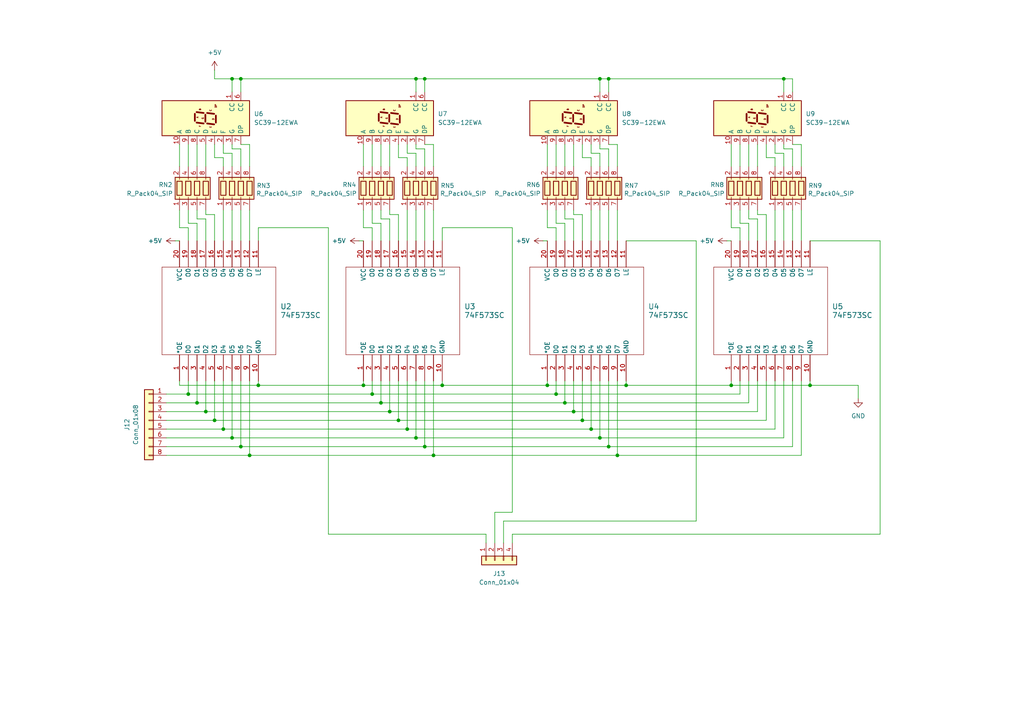
<source format=kicad_sch>
(kicad_sch (version 20250114) (generator "eeschema") (generator_version "9.0")
  (paper "A4")
  (lib_symbols
    (symbol "74F573SC:74F573SC" (pin_names (offset 0.254))
      (property "Reference" "U" (at 20.32 10.16 0))
      (property "Value" "74F573SC" (at 20.32 7.62 0))
      (symbol "74F573SC_0_1"
        (polyline (pts (xy 7.62 5.08) (xy 7.62 -27.94)) (stroke (width 0.127)))
        (polyline (pts (xy 7.62 -27.94) (xy 33.02 -27.94)) (stroke (width 0.127)))
        (polyline (pts (xy 33.02 5.08) (xy 7.62 5.08)) (stroke (width 0.127)))
        (polyline (pts (xy 33.02 -27.94) (xy 33.02 5.08)) (stroke (width 0.127)))
        (pin output line (at 0 0 0) (length 7.62) (name "*OE") (number "1"))
        (pin input line (at 0 -2.54 0) (length 7.62) (name "D0") (number "2"))
        (pin input line (at 0 -5.08 0) (length 7.62) (name "D1") (number "3"))
        (pin input line (at 0 -7.62 0) (length 7.62) (name "D2") (number "4"))
        (pin input line (at 0 -10.16 0) (length 7.62) (name "D3") (number "5"))
        (pin input line (at 0 -12.7 0) (length 7.62) (name "D4") (number "6"))
        (pin input line (at 0 -15.24 0) (length 7.62) (name "D5") (number "7"))
        (pin input line (at 0 -17.78 0) (length 7.62) (name "D6") (number "8"))
        (pin input line (at 0 -20.32 0) (length 7.62) (name "D7") (number "9"))
        (pin power_out line (at 0 -22.86 0) (length 7.62) (name "GND") (number "10"))
        (pin power_in line (at 40.64 0 180) (length 7.62) (name "VCC") (number "20"))
        (pin output line (at 40.64 -2.54 180) (length 7.62) (name "O0") (number "19"))
        (pin output line (at 40.64 -5.08 180) (length 7.62) (name "O1") (number "18"))
        (pin output line (at 40.64 -7.62 180) (length 7.62) (name "O2") (number "17"))
        (pin output line (at 40.64 -10.16 180) (length 7.62) (name "O3") (number "16"))
        (pin output line (at 40.64 -12.7 180) (length 7.62) (name "O4") (number "15"))
        (pin output line (at 40.64 -15.24 180) (length 7.62) (name "O5") (number "14"))
        (pin output line (at 40.64 -17.78 180) (length 7.62) (name "O6") (number "13"))
        (pin output line (at 40.64 -20.32 180) (length 7.62) (name "O7") (number "12"))
        (pin input line (at 40.64 -22.86 180) (length 7.62) (name "LE") (number "11"))
      )
    )
    (symbol "Connector_Generic:Conn_01x04" (pin_names (offset 1.016) (hide yes))
      (property "Reference" "J" (at 0 5.08 0))
      (property "Value" "Conn_01x04" (at 0 -7.62 0))
      (symbol "Conn_01x04_1_1"
        (rectangle (start -1.27 3.81) (end 1.27 -6.35) (stroke (width 0.254)) (fill (type background)))
        (rectangle (start -1.27 2.667) (end 0 2.413) (stroke (width 0.1524)))
        (rectangle (start -1.27 0.127) (end 0 -0.127) (stroke (width 0.1524)))
        (rectangle (start -1.27 -2.413) (end 0 -2.667) (stroke (width 0.1524)))
        (rectangle (start -1.27 -4.953) (end 0 -5.207) (stroke (width 0.1524)))
        (pin passive line (at -5.08 2.54 0) (length 3.81) (name "Pin_1") (number "1"))
        (pin passive line (at -5.08 0 0) (length 3.81) (name "Pin_2") (number "2"))
        (pin passive line (at -5.08 -2.54 0) (length 3.81) (name "Pin_3") (number "3"))
        (pin passive line (at -5.08 -5.08 0) (length 3.81) (name "Pin_4") (number "4"))
      )
    )
    (symbol "Connector_Generic:Conn_01x08" (pin_names (offset 1.016) (hide yes))
      (property "Reference" "J" (at 0 10.16 0))
      (property "Value" "Conn_01x08" (at 0 -12.7 0))
      (symbol "Conn_01x08_1_1"
        (rectangle (start -1.27 8.89) (end 1.27 -11.43) (stroke (width 0.254)) (fill (type background)))
        (rectangle (start -1.27 7.747) (end 0 7.493) (stroke (width 0.1524)))
        (rectangle (start -1.27 5.207) (end 0 4.953) (stroke (width 0.1524)))
        (rectangle (start -1.27 2.667) (end 0 2.413) (stroke (width 0.1524)))
        (rectangle (start -1.27 0.127) (end 0 -0.127) (stroke (width 0.1524)))
        (rectangle (start -1.27 -2.413) (end 0 -2.667) (stroke (width 0.1524)))
        (rectangle (start -1.27 -4.953) (end 0 -5.207) (stroke (width 0.1524)))
        (rectangle (start -1.27 -7.493) (end 0 -7.747) (stroke (width 0.1524)))
        (rectangle (start -1.27 -10.033) (end 0 -10.287) (stroke (width 0.1524)))
        (pin passive line (at -5.08 7.62 0) (length 3.81) (name "Pin_1") (number "1"))
        (pin passive line (at -5.08 5.08 0) (length 3.81) (name "Pin_2") (number "2"))
        (pin passive line (at -5.08 2.54 0) (length 3.81) (name "Pin_3") (number "3"))
        (pin passive line (at -5.08 0 0) (length 3.81) (name "Pin_4") (number "4"))
        (pin passive line (at -5.08 -2.54 0) (length 3.81) (name "Pin_5") (number "5"))
        (pin passive line (at -5.08 -5.08 0) (length 3.81) (name "Pin_6") (number "6"))
        (pin passive line (at -5.08 -7.62 0) (length 3.81) (name "Pin_7") (number "7"))
        (pin passive line (at -5.08 -10.16 0) (length 3.81) (name "Pin_8") (number "8"))
      )
    )
    (symbol "Device:R_Pack04_SIP" (pin_names (offset 0) (hide yes))
      (property "Reference" "RN2" (at -1.016 2.032 0))
      (property "Value" "R_Pack04_SIP" (at 3.556 -0.254 0))
      (symbol "R_Pack04_SIP_0_1"
        (rectangle (start -13.97 4.445) (end -3.81 -1.905) (stroke (width 0.254)) (fill (type background)))
        (rectangle (start -13.462 3.302) (end -11.938 -0.762) (stroke (width 0.254)))
        (rectangle (start -10.922 3.302) (end -9.398 -0.762) (stroke (width 0.254)))
        (rectangle (start -8.382 3.302) (end -6.858 -0.762) (stroke (width 0.254)))
        (rectangle (start -5.842 3.302) (end -4.318 -0.762) (stroke (width 0.254)))
      )
      (symbol "R_Pack04_SIP_1_1"
        (pin passive line (at -12.7 7.62 270) (length 3.81) (name "R1.2") (number "2"))
        (pin passive line (at -12.7 -5.08 90) (length 3.81) (name "R1.1") (number "1"))
        (pin passive line (at -10.16 7.62 270) (length 3.81) (name "R2.2") (number "4"))
        (pin passive line (at -10.16 -5.08 90) (length 3.81) (name "R2.1") (number "3"))
        (pin passive line (at -7.62 7.62 270) (length 3.81) (name "R3.2") (number "6"))
        (pin passive line (at -7.62 -5.08 90) (length 3.81) (name "R3.1") (number "5"))
        (pin passive line (at -5.08 7.62 270) (length 3.81) (name "R4.2") (number "8"))
        (pin passive line (at -5.08 -5.08 90) (length 3.81) (name "R4.1") (number "7"))
      )
    )
    (symbol "Display_Character:SC39-12EWA"
      (property "Reference" "U" (at -3.81 13.97 0))
      (property "Value" "SC39-12EWA" (at 6.35 13.97 0))
      (symbol "SC39-12EWA_1_0"
        (text "E" (at -2.54 -1.397 0) (effects (font (size 0.508 0.508))))
        (text "F" (at -2.286 1.651 0) (effects (font (size 0.508 0.508))))
        (text "D" (at -0.254 -2.159 0) (effects (font (size 0.508 0.508))))
        (text "G" (at 0 0.889 0) (effects (font (size 0.508 0.508))))
        (text "A" (at 0.254 2.413 0) (effects (font (size 0.508 0.508))))
        (text "C" (at 2.286 -1.397 0) (effects (font (size 0.508 0.508))))
        (text "B" (at 2.54 1.651 0) (effects (font (size 0.508 0.508))))
        (text "DP" (at 3.556 -2.921 0) (effects (font (size 0.508 0.508))))
      )
      (symbol "SC39-12EWA_1_1"
        (rectangle (start -5.08 12.7) (end 5.08 -12.7) (stroke (width 0.254)) (fill (type background)))
        (polyline (pts (xy -1.524 -0.381) (xy -1.778 -2.413)) (stroke (width 0.508)))
        (polyline (pts (xy -1.27 2.667) (xy -1.524 0.635)) (stroke (width 0.508)))
        (polyline (pts (xy -1.27 -2.921) (xy 0.762 -2.921)) (stroke (width 0.508)))
        (polyline (pts (xy -1.016 0.127) (xy 1.016 0.127)) (stroke (width 0.508)))
        (polyline (pts (xy -0.762 3.175) (xy 1.27 3.175)) (stroke (width 0.508)))
        (polyline (pts (xy 1.524 -0.381) (xy 1.27 -2.413)) (stroke (width 0.508)))
        (polyline (pts (xy 1.778 2.667) (xy 1.524 0.635)) (stroke (width 0.508)))
        (polyline (pts (xy 2.54 -2.921) (xy 2.54 -2.921)) (stroke (width 0.508)))
        (pin input line (at -7.62 7.62 0) (length 2.54) (name "A") (number "10"))
        (pin input line (at -7.62 5.08 0) (length 2.54) (name "B") (number "9"))
        (pin input line (at -7.62 2.54 0) (length 2.54) (name "C") (number "8"))
        (pin input line (at -7.62 0 0) (length 2.54) (name "D") (number "5"))
        (pin input line (at -7.62 -2.54 0) (length 2.54) (name "E") (number "4"))
        (pin input line (at -7.62 -5.08 0) (length 2.54) (name "F") (number "2"))
        (pin input line (at -7.62 -7.62 0) (length 2.54) (name "G") (number "3"))
        (pin input line (at -7.62 -10.16 0) (length 2.54) (name "DP") (number "7"))
        (pin input line (at 7.62 -7.62 180) (length 2.54) (name "CC") (number "1"))
        (pin input line (at 7.62 -10.16 180) (length 2.54) (name "CC") (number "6"))
      )
    )
    (symbol "power:+5V" (power) (pin_numbers (hide yes)) (pin_names (offset 0) (hide yes))
      (property "Value" "+5V" (at 0 3.556 0))
      (symbol "+5V_0_1"
        (polyline (pts (xy -0.762 1.27) (xy 0 2.54)))
        (polyline (pts (xy 0 2.54) (xy 0.762 1.27)))
        (polyline (pts (xy 0 0) (xy 0 2.54)))
      )
      (symbol "+5V_1_1"
        (pin power_in line (at 0 0 90) (length 0) (name "~") (number "1"))
      )
    )
    (symbol "power:GND" (power) (pin_numbers (hide yes)) (pin_names (offset 0) (hide yes))
      (property "Value" "GND" (at 0 -3.81 0))
      (symbol "GND_0_1"
        (polyline (pts (xy 0 0) (xy 0 -1.27) (xy 1.27 -1.27) (xy 0 -2.54) (xy -1.27 -1.27) (xy 0 -1.27)))
      )
      (symbol "GND_1_1"
        (pin power_in line (at 0 0 270) (length 0) (name "~") (number "1"))
      )
    )
  )
  (junction (at 176.53 129.54))
  (junction (at 168.91 121.92))
  (junction (at 64.77 124.46))
  (junction (at 54.61 114.3))
  (junction (at 158.75 111.76))
  (junction (at 113.03 119.38))
  (junction (at 234.95 111.76))
  (junction (at 105.41 111.76))
  (junction (at 74.93 111.76))
  (junction (at 110.49 116.84))
  (junction (at 181.61 111.76))
  (junction (at 125.73 132.08))
  (junction (at 173.99 127))
  (junction (at 72.39 132.08))
  (junction (at 69.85 129.54))
  (junction (at 120.65 22.86))
  (junction (at 176.53 22.86))
  (junction (at 57.15 116.84))
  (junction (at 227.33 22.86))
  (junction (at 120.65 127))
  (junction (at 212.09 111.76))
  (junction (at 123.19 22.86))
  (junction (at 161.29 114.3))
  (junction (at 115.57 121.92))
  (junction (at 62.23 121.92))
  (junction (at 67.31 22.86))
  (junction (at 163.83 116.84))
  (junction (at 171.45 124.46))
  (junction (at 123.19 129.54))
  (junction (at 173.99 22.86))
  (junction (at 67.31 127))
  (junction (at 118.11 124.46))
  (junction (at 69.85 22.86))
  (junction (at 59.69 119.38))
  (junction (at 128.27 111.76))
  (junction (at 107.95 114.3))
  (junction (at 166.37 119.38))
  (junction (at 179.07 132.08))
  (wire (pts (xy 52.07 66.04) (xy 54.61 66.04)))
  (wire (pts (xy 248.92 111.76) (xy 248.92 115.57)))
  (wire (pts (xy 158.75 110.49) (xy 158.75 111.76)))
  (wire (pts (xy 171.45 45.72) (xy 168.91 45.72)))
  (wire (pts (xy 120.65 22.86) (xy 123.19 22.86)))
  (wire (pts (xy 212.09 41.91) (xy 212.09 48.26)))
  (wire (pts (xy 173.99 60.96) (xy 173.99 69.85)))
  (wire (pts (xy 59.69 119.38) (xy 48.26 119.38)))
  (wire (pts (xy 179.07 132.08) (xy 125.73 132.08)))
  (wire (pts (xy 57.15 41.91) (xy 57.15 48.26)))
  (wire (pts (xy 110.49 60.96) (xy 110.49 63.5)))
  (wire (pts (xy 227.33 22.86) (xy 227.33 26.67)))
  (wire (pts (xy 212.09 66.04) (xy 214.63 66.04)))
  (wire (pts (xy 107.95 110.49) (xy 107.95 114.3)))
  (wire (pts (xy 50.8 69.85) (xy 52.07 69.85)))
  (wire (pts (xy 64.77 41.91) (xy 64.77 44.45)))
  (wire (pts (xy 120.65 60.96) (xy 120.65 69.85)))
  (wire (pts (xy 125.73 60.96) (xy 125.73 69.85)))
  (wire (pts (xy 118.11 60.96) (xy 118.11 69.85)))
  (wire (pts (xy 115.57 121.92) (xy 62.23 121.92)))
  (wire (pts (xy 95.25 66.04) (xy 95.25 154.94)))
  (wire (pts (xy 168.91 110.49) (xy 168.91 121.92)))
  (wire (pts (xy 74.93 110.49) (xy 74.93 111.76)))
  (wire (pts (xy 113.03 62.23) (xy 115.57 62.23)))
  (wire (pts (xy 229.87 60.96) (xy 229.87 69.85)))
  (wire (pts (xy 105.41 41.91) (xy 105.41 48.26)))
  (wire (pts (xy 171.45 44.45) (xy 173.99 44.45)))
  (wire (pts (xy 59.69 62.23) (xy 62.23 62.23)))
  (wire (pts (xy 173.99 110.49) (xy 173.99 127)))
  (wire (pts (xy 95.25 154.94) (xy 140.97 154.94)))
  (wire (pts (xy 105.41 60.96) (xy 105.41 66.04)))
  (wire (pts (xy 214.63 60.96) (xy 214.63 64.77)))
  (wire (pts (xy 123.19 22.86) (xy 123.19 26.67)))
  (wire (pts (xy 120.65 127) (xy 67.31 127)))
  (wire (pts (xy 224.79 45.72) (xy 222.25 45.72)))
  (wire (pts (xy 161.29 110.49) (xy 161.29 114.3)))
  (wire (pts (xy 176.53 22.86) (xy 176.53 26.67)))
  (wire (pts (xy 128.27 111.76) (xy 158.75 111.76)))
  (wire (pts (xy 163.83 60.96) (xy 163.83 63.5)))
  (wire (pts (xy 113.03 41.91) (xy 113.03 48.26)))
  (wire (pts (xy 234.95 111.76) (xy 248.92 111.76)))
  (wire (pts (xy 123.19 60.96) (xy 123.19 69.85)))
  (wire (pts (xy 62.23 121.92) (xy 62.23 110.49)))
  (wire (pts (xy 212.09 110.49) (xy 212.09 111.76)))
  (wire (pts (xy 148.59 154.94) (xy 148.59 157.48)))
  (wire (pts (xy 234.95 69.85) (xy 255.27 69.85)))
  (wire (pts (xy 118.11 124.46) (xy 64.77 124.46)))
  (wire (pts (xy 227.33 41.91) (xy 227.33 43.18)))
  (wire (pts (xy 148.59 148.59) (xy 143.51 148.59)))
  (wire (pts (xy 74.93 111.76) (xy 105.41 111.76)))
  (wire (pts (xy 217.17 60.96) (xy 217.17 63.5)))
  (wire (pts (xy 158.75 41.91) (xy 158.75 48.26)))
  (wire (pts (xy 227.33 127) (xy 173.99 127)))
  (wire (pts (xy 161.29 41.91) (xy 161.29 48.26)))
  (wire (pts (xy 54.61 110.49) (xy 54.61 114.3)))
  (wire (pts (xy 113.03 119.38) (xy 59.69 119.38)))
  (wire (pts (xy 222.25 121.92) (xy 168.91 121.92)))
  (wire (pts (xy 176.53 22.86) (xy 227.33 22.86)))
  (wire (pts (xy 118.11 41.91) (xy 118.11 44.45)))
  (wire (pts (xy 163.83 64.77) (xy 163.83 69.85)))
  (wire (pts (xy 125.73 132.08) (xy 72.39 132.08)))
  (wire (pts (xy 69.85 22.86) (xy 120.65 22.86)))
  (wire (pts (xy 214.63 66.04) (xy 214.63 69.85)))
  (wire (pts (xy 171.45 110.49) (xy 171.45 124.46)))
  (wire (pts (xy 74.93 66.04) (xy 95.25 66.04)))
  (wire (pts (xy 171.45 45.72) (xy 171.45 48.26)))
  (wire (pts (xy 107.95 66.04) (xy 107.95 69.85)))
  (wire (pts (xy 120.65 110.49) (xy 120.65 127)))
  (wire (pts (xy 232.41 60.96) (xy 232.41 69.85)))
  (wire (pts (xy 52.07 111.76) (xy 74.93 111.76)))
  (wire (pts (xy 173.99 22.86) (xy 173.99 26.67)))
  (wire (pts (xy 120.65 22.86) (xy 120.65 26.67)))
  (wire (pts (xy 110.49 116.84) (xy 57.15 116.84)))
  (wire (pts (xy 57.15 116.84) (xy 48.26 116.84)))
  (wire (pts (xy 179.07 60.96) (xy 179.07 69.85)))
  (wire (pts (xy 161.29 114.3) (xy 107.95 114.3)))
  (wire (pts (xy 59.69 41.91) (xy 59.69 48.26)))
  (wire (pts (xy 163.83 110.49) (xy 163.83 116.84)))
  (wire (pts (xy 229.87 41.91) (xy 232.41 41.91)))
  (wire (pts (xy 219.71 62.23) (xy 222.25 62.23)))
  (wire (pts (xy 67.31 41.91) (xy 67.31 43.18)))
  (wire (pts (xy 128.27 110.49) (xy 128.27 111.76)))
  (wire (pts (xy 212.09 111.76) (xy 234.95 111.76)))
  (wire (pts (xy 118.11 45.72) (xy 118.11 48.26)))
  (wire (pts (xy 217.17 63.5) (xy 219.71 63.5)))
  (wire (pts (xy 227.33 43.18) (xy 229.87 43.18)))
  (wire (pts (xy 181.61 69.85) (xy 201.93 69.85)))
  (wire (pts (xy 67.31 127) (xy 67.31 110.49)))
  (wire (pts (xy 128.27 66.04) (xy 128.27 69.85)))
  (wire (pts (xy 105.41 66.04) (xy 107.95 66.04)))
  (wire (pts (xy 72.39 132.08) (xy 48.26 132.08)))
  (wire (pts (xy 173.99 44.45) (xy 173.99 48.26)))
  (wire (pts (xy 179.07 110.49) (xy 179.07 132.08)))
  (wire (pts (xy 179.07 41.91) (xy 179.07 48.26)))
  (wire (pts (xy 52.07 60.96) (xy 52.07 66.04)))
  (wire (pts (xy 69.85 60.96) (xy 69.85 69.85)))
  (wire (pts (xy 232.41 41.91) (xy 232.41 48.26)))
  (wire (pts (xy 128.27 66.04) (xy 148.59 66.04)))
  (wire (pts (xy 59.69 60.96) (xy 59.69 62.23)))
  (wire (pts (xy 52.07 110.49) (xy 52.07 111.76)))
  (wire (pts (xy 181.61 111.76) (xy 212.09 111.76)))
  (wire (pts (xy 143.51 148.59) (xy 143.51 157.48)))
  (wire (pts (xy 115.57 45.72) (xy 115.57 41.91)))
  (wire (pts (xy 64.77 60.96) (xy 64.77 69.85)))
  (wire (pts (xy 163.83 116.84) (xy 110.49 116.84)))
  (wire (pts (xy 214.63 114.3) (xy 161.29 114.3)))
  (wire (pts (xy 158.75 60.96) (xy 158.75 66.04)))
  (wire (pts (xy 166.37 110.49) (xy 166.37 119.38)))
  (wire (pts (xy 54.61 41.91) (xy 54.61 48.26)))
  (wire (pts (xy 219.71 60.96) (xy 219.71 62.23)))
  (wire (pts (xy 105.41 111.76) (xy 128.27 111.76)))
  (wire (pts (xy 229.87 110.49) (xy 229.87 129.54)))
  (wire (pts (xy 110.49 64.77) (xy 110.49 69.85)))
  (wire (pts (xy 217.17 64.77) (xy 217.17 69.85)))
  (wire (pts (xy 125.73 41.91) (xy 125.73 48.26)))
  (wire (pts (xy 161.29 64.77) (xy 163.83 64.77)))
  (wire (pts (xy 67.31 22.86) (xy 69.85 22.86)))
  (wire (pts (xy 224.79 41.91) (xy 224.79 44.45)))
  (wire (pts (xy 224.79 44.45) (xy 227.33 44.45)))
  (wire (pts (xy 69.85 41.91) (xy 72.39 41.91)))
  (wire (pts (xy 74.93 66.04) (xy 74.93 69.85)))
  (wire (pts (xy 72.39 60.96) (xy 72.39 69.85)))
  (wire (pts (xy 54.61 64.77) (xy 57.15 64.77)))
  (wire (pts (xy 69.85 43.18) (xy 69.85 48.26)))
  (wire (pts (xy 118.11 110.49) (xy 118.11 124.46)))
  (wire (pts (xy 173.99 41.91) (xy 173.99 43.18)))
  (wire (pts (xy 125.73 110.49) (xy 125.73 132.08)))
  (wire (pts (xy 163.83 41.91) (xy 163.83 48.26)))
  (wire (pts (xy 120.65 43.18) (xy 123.19 43.18)))
  (wire (pts (xy 214.63 110.49) (xy 214.63 114.3)))
  (wire (pts (xy 64.77 45.72) (xy 62.23 45.72)))
  (wire (pts (xy 173.99 127) (xy 120.65 127)))
  (wire (pts (xy 123.19 43.18) (xy 123.19 48.26)))
  (wire (pts (xy 107.95 114.3) (xy 54.61 114.3)))
  (wire (pts (xy 62.23 62.23) (xy 62.23 69.85)))
  (wire (pts (xy 176.53 60.96) (xy 176.53 69.85)))
  (wire (pts (xy 224.79 124.46) (xy 171.45 124.46)))
  (wire (pts (xy 161.29 66.04) (xy 161.29 69.85)))
  (wire (pts (xy 110.49 63.5) (xy 113.03 63.5)))
  (wire (pts (xy 224.79 60.96) (xy 224.79 69.85)))
  (wire (pts (xy 64.77 124.46) (xy 48.26 124.46)))
  (wire (pts (xy 224.79 110.49) (xy 224.79 124.46)))
  (wire (pts (xy 118.11 45.72) (xy 115.57 45.72)))
  (wire (pts (xy 234.95 110.49) (xy 234.95 111.76)))
  (wire (pts (xy 59.69 63.5) (xy 59.69 69.85)))
  (wire (pts (xy 113.03 63.5) (xy 113.03 69.85)))
  (wire (pts (xy 120.65 41.91) (xy 120.65 43.18)))
  (wire (pts (xy 64.77 44.45) (xy 67.31 44.45)))
  (wire (pts (xy 166.37 63.5) (xy 166.37 69.85)))
  (wire (pts (xy 64.77 110.49) (xy 64.77 124.46)))
  (wire (pts (xy 171.45 60.96) (xy 171.45 69.85)))
  (wire (pts (xy 166.37 62.23) (xy 168.91 62.23)))
  (wire (pts (xy 57.15 60.96) (xy 57.15 63.5)))
  (wire (pts (xy 120.65 44.45) (xy 120.65 48.26)))
  (wire (pts (xy 173.99 22.86) (xy 176.53 22.86)))
  (wire (pts (xy 107.95 64.77) (xy 110.49 64.77)))
  (wire (pts (xy 219.71 63.5) (xy 219.71 69.85)))
  (wire (pts (xy 214.63 41.91) (xy 214.63 48.26)))
  (wire (pts (xy 171.45 124.46) (xy 118.11 124.46)))
  (wire (pts (xy 232.41 132.08) (xy 179.07 132.08)))
  (wire (pts (xy 54.61 66.04) (xy 54.61 69.85)))
  (wire (pts (xy 176.53 41.91) (xy 179.07 41.91)))
  (wire (pts (xy 62.23 20.32) (xy 62.23 22.86)))
  (wire (pts (xy 166.37 60.96) (xy 166.37 62.23)))
  (wire (pts (xy 105.41 110.49) (xy 105.41 111.76)))
  (wire (pts (xy 62.23 45.72) (xy 62.23 41.91)))
  (wire (pts (xy 67.31 44.45) (xy 67.31 48.26)))
  (wire (pts (xy 64.77 45.72) (xy 64.77 48.26)))
  (wire (pts (xy 166.37 119.38) (xy 113.03 119.38)))
  (wire (pts (xy 48.26 114.3) (xy 54.61 114.3)))
  (wire (pts (xy 157.48 69.85) (xy 158.75 69.85)))
  (wire (pts (xy 229.87 43.18) (xy 229.87 48.26)))
  (wire (pts (xy 219.71 119.38) (xy 166.37 119.38)))
  (wire (pts (xy 158.75 111.76) (xy 181.61 111.76)))
  (wire (pts (xy 69.85 129.54) (xy 48.26 129.54)))
  (wire (pts (xy 217.17 116.84) (xy 163.83 116.84)))
  (wire (pts (xy 163.83 63.5) (xy 166.37 63.5)))
  (wire (pts (xy 171.45 41.91) (xy 171.45 44.45)))
  (wire (pts (xy 67.31 60.96) (xy 67.31 69.85)))
  (wire (pts (xy 217.17 110.49) (xy 217.17 116.84)))
  (wire (pts (xy 57.15 63.5) (xy 59.69 63.5)))
  (wire (pts (xy 227.33 110.49) (xy 227.33 127)))
  (wire (pts (xy 227.33 22.86) (xy 229.87 22.86)))
  (wire (pts (xy 107.95 60.96) (xy 107.95 64.77)))
  (wire (pts (xy 140.97 154.94) (xy 140.97 157.48)))
  (wire (pts (xy 161.29 60.96) (xy 161.29 64.77)))
  (wire (pts (xy 110.49 110.49) (xy 110.49 116.84)))
  (wire (pts (xy 255.27 154.94) (xy 148.59 154.94)))
  (wire (pts (xy 57.15 64.77) (xy 57.15 69.85)))
  (wire (pts (xy 229.87 22.86) (xy 229.87 26.67)))
  (wire (pts (xy 59.69 110.49) (xy 59.69 119.38)))
  (wire (pts (xy 57.15 110.49) (xy 57.15 116.84)))
  (wire (pts (xy 107.95 41.91) (xy 107.95 48.26)))
  (wire (pts (xy 210.82 69.85) (xy 212.09 69.85)))
  (wire (pts (xy 69.85 110.49) (xy 69.85 129.54)))
  (wire (pts (xy 72.39 41.91) (xy 72.39 48.26)))
  (wire (pts (xy 115.57 62.23) (xy 115.57 69.85)))
  (wire (pts (xy 123.19 129.54) (xy 69.85 129.54)))
  (wire (pts (xy 123.19 41.91) (xy 125.73 41.91)))
  (wire (pts (xy 115.57 110.49) (xy 115.57 121.92)))
  (wire (pts (xy 110.49 41.91) (xy 110.49 48.26)))
  (wire (pts (xy 67.31 43.18) (xy 69.85 43.18)))
  (wire (pts (xy 176.53 43.18) (xy 176.53 48.26)))
  (wire (pts (xy 176.53 110.49) (xy 176.53 129.54)))
  (wire (pts (xy 123.19 110.49) (xy 123.19 129.54)))
  (wire (pts (xy 148.59 66.04) (xy 148.59 148.59)))
  (wire (pts (xy 62.23 22.86) (xy 67.31 22.86)))
  (wire (pts (xy 222.25 110.49) (xy 222.25 121.92)))
  (wire (pts (xy 168.91 62.23) (xy 168.91 69.85)))
  (wire (pts (xy 158.75 66.04) (xy 161.29 66.04)))
  (wire (pts (xy 146.05 151.13) (xy 146.05 157.48)))
  (wire (pts (xy 227.33 60.96) (xy 227.33 69.85)))
  (wire (pts (xy 201.93 69.85) (xy 201.93 151.13)))
  (wire (pts (xy 212.09 60.96) (xy 212.09 66.04)))
  (wire (pts (xy 168.91 121.92) (xy 115.57 121.92)))
  (wire (pts (xy 52.07 41.91) (xy 52.07 48.26)))
  (wire (pts (xy 69.85 22.86) (xy 69.85 26.67)))
  (wire (pts (xy 67.31 22.86) (xy 67.31 26.67)))
  (wire (pts (xy 166.37 41.91) (xy 166.37 48.26)))
  (wire (pts (xy 48.26 127) (xy 67.31 127)))
  (wire (pts (xy 219.71 41.91) (xy 219.71 48.26)))
  (wire (pts (xy 118.11 44.45) (xy 120.65 44.45)))
  (wire (pts (xy 176.53 129.54) (xy 123.19 129.54)))
  (wire (pts (xy 173.99 43.18) (xy 176.53 43.18)))
  (wire (pts (xy 255.27 69.85) (xy 255.27 154.94)))
  (wire (pts (xy 222.25 62.23) (xy 222.25 69.85)))
  (wire (pts (xy 113.03 110.49) (xy 113.03 119.38)))
  (wire (pts (xy 201.93 151.13) (xy 146.05 151.13)))
  (wire (pts (xy 219.71 110.49) (xy 219.71 119.38)))
  (wire (pts (xy 72.39 110.49) (xy 72.39 132.08)))
  (wire (pts (xy 104.14 69.85) (xy 105.41 69.85)))
  (wire (pts (xy 222.25 45.72) (xy 222.25 41.91)))
  (wire (pts (xy 227.33 44.45) (xy 227.33 48.26)))
  (wire (pts (xy 123.19 22.86) (xy 173.99 22.86)))
  (wire (pts (xy 232.41 110.49) (xy 232.41 132.08)))
  (wire (pts (xy 229.87 129.54) (xy 176.53 129.54)))
  (wire (pts (xy 113.03 60.96) (xy 113.03 62.23)))
  (wire (pts (xy 48.26 121.92) (xy 62.23 121.92)))
  (wire (pts (xy 54.61 60.96) (xy 54.61 64.77)))
  (wire (pts (xy 224.79 45.72) (xy 224.79 48.26)))
  (wire (pts (xy 168.91 45.72) (xy 168.91 41.91)))
  (wire (pts (xy 217.17 41.91) (xy 217.17 48.26)))
  (wire (pts (xy 181.61 110.49) (xy 181.61 111.76)))
  (wire (pts (xy 214.63 64.77) (xy 217.17 64.77)))
  (symbol (lib_id "Connector_Generic:Conn_01x08") (at 43.18 121.92 0) (mirror y) (unit 1)
    (property "Reference" "J12" (at 36.83 123.19 90))
    (property "Value" "Conn_01x08" (at 39.37 123.19 90))
    (property "Footprint" "Connector_PinHeader_2.54mm:PinHeader_1x08_P2.54mm_Vertical" (effects (hide yes)))
    (property "Description" "Generic connector, single row, 01x08, script generated (kicad-library-utils/schlib/autogen/connector/)" (effects (hide yes)))
  )
  (symbol (lib_id "Device:R_Pack04_SIP") (at 224.79 55.88 0) (unit 1)
    (property "Reference" "RN8" (at 208.026 53.594 0))
    (property "Value" "R_Pack04_SIP" (at 203.454 56.134 0))
    (property "Footprint" "Resistor_THT:R_Array_SIP8" (effects (hide yes)))
    (property "Datasheet" "http://www.vishay.com/docs/31509/csc.pdf" (effects (hide yes)))
    (property "Description" "4 resistor network, parallel topology, SIP package" (effects (hide yes)))
  )
  (symbol (lib_id "power:+5V") (at 157.48 69.85 90) (unit 1)
    (property "Reference" "#PWR020" (effects (hide yes)))
    (property "Value" "+5V" (at 153.67 69.8499 90) (effects (justify left)))
    (property "Description" "Power symbol creates a global label with name \"+5V\"" (effects (hide yes)))
  )
  (symbol (lib_id "Connector_Generic:Conn_01x04") (at 143.51 162.56 90) (mirror x) (unit 1)
    (property "Reference" "J13" (at 144.78 166.37 90))
    (property "Value" "Conn_01x04" (at 144.78 168.91 90))
    (property "Footprint" "Connector_PinHeader_2.54mm:PinHeader_1x04_P2.54mm_Vertical" (effects (hide yes)))
    (property "Description" "Generic connector, single row, 01x04, script generated (kicad-library-utils/schlib/autogen/connector/)" (effects (hide yes)))
  )
  (symbol (lib_id "Device:R_Pack04_SIP") (at 64.77 55.88 0) (unit 1)
    (property "Reference" "RN2" (at 48.006 53.594 0))
    (property "Value" "R_Pack04_SIP" (at 43.434 56.134 0))
    (property "Footprint" "Resistor_THT:R_Array_SIP8" (effects (hide yes)))
    (property "Datasheet" "http://www.vishay.com/docs/31509/csc.pdf" (effects (hide yes)))
    (property "Description" "4 resistor network, parallel topology, SIP package" (effects (hide yes)))
  )
  (symbol (lib_id "Display_Character:SC39-12EWA") (at 166.37 34.29 90) (unit 1)
    (property "Reference" "U8" (at 180.34 33.0199 90) (effects (justify right)))
    (property "Value" "SC39-12EWA" (at 180.34 35.5599 90) (effects (justify right)))
    (property "Footprint" "Display_7Segment:7SegmentLED_LTS6760_LTS6780" (effects (hide yes)))
    (property "Datasheet" "http://www.kingbrightusa.com/images/catalog/SPEC/sc39-12ewa.pdf" (effects (hide yes)))
    (property "Description" "Single digit 7 segment display, high efficiency red, common cathode" (effects (hide yes)))
  )
  (symbol (lib_id "Device:R_Pack04_SIP") (at 118.11 55.88 0) (unit 1)
    (property "Reference" "RN4" (at 101.346 53.594 0))
    (property "Value" "R_Pack04_SIP" (at 96.774 56.134 0))
    (property "Footprint" "Resistor_THT:R_Array_SIP8" (effects (hide yes)))
    (property "Datasheet" "http://www.vishay.com/docs/31509/csc.pdf" (effects (hide yes)))
    (property "Description" "4 resistor network, parallel topology, SIP package" (effects (hide yes)))
  )
  (symbol (lib_id "Device:R_Pack04_SIP") (at 184.15 55.88 0) (unit 1)
    (property "Reference" "RN7" (at 183.134 53.848 0))
    (property "Value" "R_Pack04_SIP" (at 187.706 56.134 0))
    (property "Footprint" "Resistor_THT:R_Array_SIP8" (effects (hide yes)))
    (property "Datasheet" "http://www.vishay.com/docs/31509/csc.pdf" (effects (hide yes)))
    (property "Description" "4 resistor network, parallel topology, SIP package" (effects (hide yes)))
  )
  (symbol (lib_id "74F573SC:74F573SC") (at 52.07 110.49 90) (unit 1)
    (property "Reference" "U2" (at 81.28 88.8999 90) (effects (font (size 1.524 1.524)) (justify right)))
    (property "Value" "74F573SC" (at 81.28 91.4399 90) (effects (font (size 1.524 1.524)) (justify right)))
    (property "Footprint" "imports:SOIC20_12P7X5P4_ONS" (effects (hide yes)))
    (property "Datasheet" "74F573SC" (effects (hide yes)))
  )
  (symbol (lib_id "power:+5V") (at 50.8 69.85 90) (unit 1)
    (property "Reference" "#PWR018" (effects (hide yes)))
    (property "Value" "+5V" (at 46.99 69.8499 90) (effects (justify left)))
    (property "Description" "Power symbol creates a global label with name \"+5V\"" (effects (hide yes)))
  )
  (symbol (lib_id "Display_Character:SC39-12EWA") (at 219.71 34.29 90) (unit 1)
    (property "Reference" "U9" (at 233.68 33.0199 90) (effects (justify right)))
    (property "Value" "SC39-12EWA" (at 233.68 35.5599 90) (effects (justify right)))
    (property "Footprint" "Display_7Segment:7SegmentLED_LTS6760_LTS6780" (effects (hide yes)))
    (property "Datasheet" "http://www.kingbrightusa.com/images/catalog/SPEC/sc39-12ewa.pdf" (effects (hide yes)))
    (property "Description" "Single digit 7 segment display, high efficiency red, common cathode" (effects (hide yes)))
  )
  (symbol (lib_id "power:+5V") (at 104.14 69.85 90) (unit 1)
    (property "Reference" "#PWR019" (effects (hide yes)))
    (property "Value" "+5V" (at 100.33 69.8499 90) (effects (justify left)))
    (property "Description" "Power symbol creates a global label with name \"+5V\"" (effects (hide yes)))
  )
  (symbol (lib_id "Display_Character:SC39-12EWA") (at 59.69 34.29 90) (unit 1)
    (property "Reference" "U6" (at 73.66 33.0199 90) (effects (justify right)))
    (property "Value" "SC39-12EWA" (at 73.66 35.5599 90) (effects (justify right)))
    (property "Footprint" "Display_7Segment:7SegmentLED_LTS6760_LTS6780" (effects (hide yes)))
    (property "Datasheet" "http://www.kingbrightusa.com/images/catalog/SPEC/sc39-12ewa.pdf" (effects (hide yes)))
    (property "Description" "Single digit 7 segment display, high efficiency red, common cathode" (effects (hide yes)))
  )
  (symbol (lib_id "power:GND") (at 248.92 115.57 0) (unit 1)
    (property "Reference" "#PWR017" (effects (hide yes)))
    (property "Value" "GND" (at 248.92 120.65 0))
    (property "Description" "Power symbol creates a global label with name \"GND\" , ground" (effects (hide yes)))
  )
  (symbol (lib_id "power:+5V") (at 210.82 69.85 90) (unit 1)
    (property "Reference" "#PWR021" (effects (hide yes)))
    (property "Value" "+5V" (at 207.01 69.8499 90) (effects (justify left)))
    (property "Description" "Power symbol creates a global label with name \"+5V\"" (effects (hide yes)))
  )
  (symbol (lib_id "power:+5V") (at 62.23 20.32 0) (mirror y) (unit 1)
    (property "Reference" "#PWR016" (effects (hide yes)))
    (property "Value" "+5V" (at 62.23 15.24 0))
    (property "Description" "Power symbol creates a global label with name \"+5V\"" (effects (hide yes)))
  )
  (symbol (lib_id "Device:R_Pack04_SIP") (at 130.81 55.88 0) (unit 1)
    (property "Reference" "RN5" (at 129.794 53.848 0))
    (property "Value" "R_Pack04_SIP" (at 134.366 56.134 0))
    (property "Footprint" "Resistor_THT:R_Array_SIP8" (effects (hide yes)))
    (property "Datasheet" "http://www.vishay.com/docs/31509/csc.pdf" (effects (hide yes)))
    (property "Description" "4 resistor network, parallel topology, SIP package" (effects (hide yes)))
  )
  (symbol (lib_id "74F573SC:74F573SC") (at 212.09 110.49 90) (unit 1)
    (property "Reference" "U5" (at 241.3 88.8999 90) (effects (font (size 1.524 1.524)) (justify right)))
    (property "Value" "74F573SC" (at 241.3 91.4399 90) (effects (font (size 1.524 1.524)) (justify right)))
    (property "Footprint" "imports:SOIC20_12P7X5P4_ONS" (effects (hide yes)))
    (property "Datasheet" "74F573SC" (effects (hide yes)))
  )
  (symbol (lib_id "Device:R_Pack04_SIP") (at 171.45 55.88 0) (unit 1)
    (property "Reference" "RN6" (at 154.686 53.594 0))
    (property "Value" "R_Pack04_SIP" (at 150.114 56.134 0))
    (property "Footprint" "Resistor_THT:R_Array_SIP8" (effects (hide yes)))
    (property "Datasheet" "http://www.vishay.com/docs/31509/csc.pdf" (effects (hide yes)))
    (property "Description" "4 resistor network, parallel topology, SIP package" (effects (hide yes)))
  )
  (symbol (lib_id "74F573SC:74F573SC") (at 105.41 110.49 90) (unit 1)
    (property "Reference" "U3" (at 134.62 88.8999 90) (effects (font (size 1.524 1.524)) (justify right)))
    (property "Value" "74F573SC" (at 134.62 91.4399 90) (effects (font (size 1.524 1.524)) (justify right)))
    (property "Footprint" "imports:SOIC20_12P7X5P4_ONS" (effects (hide yes)))
    (property "Datasheet" "74F573SC" (effects (hide yes)))
  )
  (symbol (lib_id "Device:R_Pack04_SIP") (at 237.49 55.88 0) (unit 1)
    (property "Reference" "RN9" (at 236.474 53.848 0))
    (property "Value" "R_Pack04_SIP" (at 241.046 56.134 0))
    (property "Footprint" "Resistor_THT:R_Array_SIP8" (effects (hide yes)))
    (property "Datasheet" "http://www.vishay.com/docs/31509/csc.pdf" (effects (hide yes)))
    (property "Description" "4 resistor network, parallel topology, SIP package" (effects (hide yes)))
  )
  (symbol (lib_id "Display_Character:SC39-12EWA") (at 113.03 34.29 90) (unit 1)
    (property "Reference" "U7" (at 127 33.0199 90) (effects (justify right)))
    (property "Value" "SC39-12EWA" (at 127 35.5599 90) (effects (justify right)))
    (property "Footprint" "Display_7Segment:7SegmentLED_LTS6760_LTS6780" (effects (hide yes)))
    (property "Datasheet" "http://www.kingbrightusa.com/images/catalog/SPEC/sc39-12ewa.pdf" (effects (hide yes)))
    (property "Description" "Single digit 7 segment display, high efficiency red, common cathode" (effects (hide yes)))
  )
  (symbol (lib_id "Device:R_Pack04_SIP") (at 77.47 55.88 0) (unit 1)
    (property "Reference" "RN3" (at 76.454 53.848 0))
    (property "Value" "R_Pack04_SIP" (at 81.026 56.134 0))
    (property "Footprint" "Resistor_THT:R_Array_SIP8" (effects (hide yes)))
    (property "Datasheet" "http://www.vishay.com/docs/31509/csc.pdf" (effects (hide yes)))
    (property "Description" "4 resistor network, parallel topology, SIP package" (effects (hide yes)))
  )
  (symbol (lib_id "74F573SC:74F573SC") (at 158.75 110.49 90) (unit 1)
    (property "Reference" "U4" (at 187.96 88.8999 90) (effects (font (size 1.524 1.524)) (justify right)))
    (property "Value" "74F573SC" (at 187.96 91.4399 90) (effects (font (size 1.524 1.524)) (justify right)))
    (property "Footprint" "imports:SOIC20_12P7X5P4_ONS" (effects (hide yes)))
    (property "Datasheet" "74F573SC" (effects (hide yes)))
  )
)
</source>
